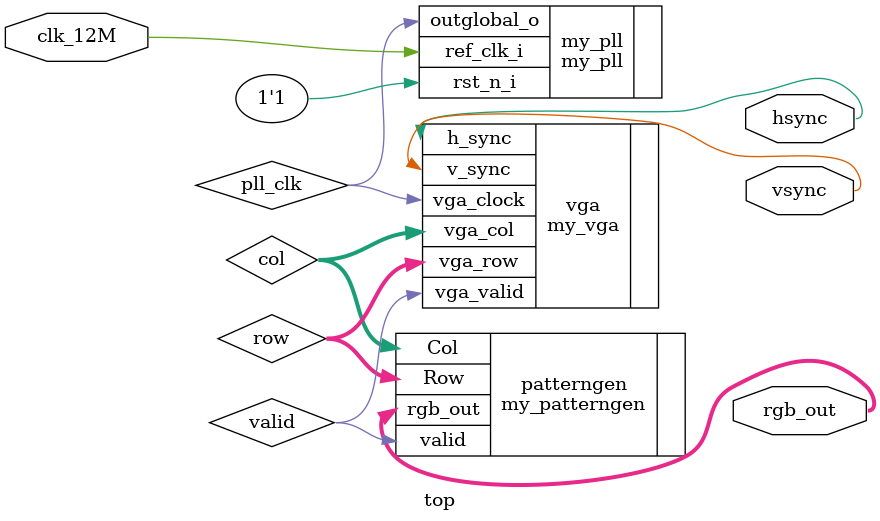
<source format=sv>
module top (
    input logic clk_12M,        // pulling this from 12m pin on board (set_io -pullup yes clk_12M 20) in top pcf file
    output logic hsync,
    output logic vsync,
    output logic [5:0] rgb_out 
);
    logic pll_clk;
    logic lockedin;
    logic valid;
    logic [9:0] col;
    logic [9:0] row;
    
    
    my_pll my_pll (.ref_clk_i(clk_12M),.outglobal_o(pll_clk),.rst_n_i(1'b1),);
    my_vga vga (.vga_clock(pll_clk),.vga_col(col),.vga_row(row),.vga_valid(valid),.h_sync(hsync),.v_sync(vsync));
    my_patterngen patterngen (.Row(row), .Col(col), .valid(valid), .rgb_out(rgb_out));



endmodule
</source>
